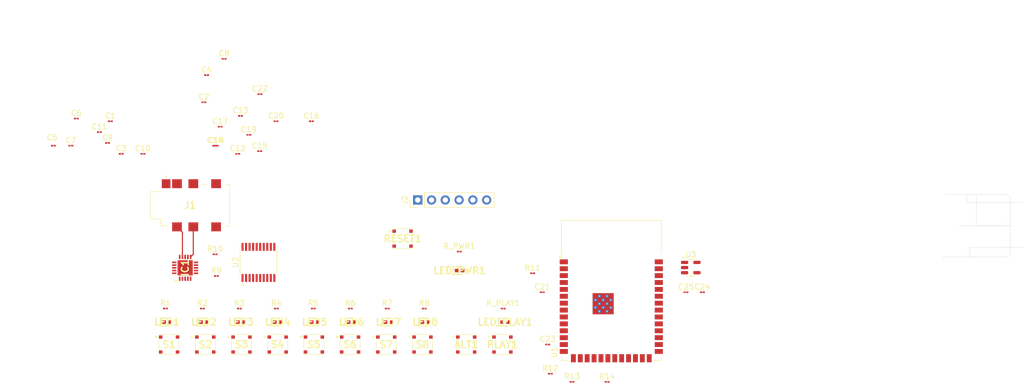
<source format=kicad_pcb>
(kicad_pcb (version 20241229) (generator "pcbnew") (generator_version "9.0")
  (layers (0 "F.Cu" signal) (4 "In1.Cu" signal "GND") (6 "In2.Cu" signal "PWR") (2 "B.Cu" signal) (13 "F.Paste" user) (15 "B.Paste" user) (5 "F.SilkS" user "F.Silkscreen") (7 "B.SilkS" user "B.Silkscreen") (1 "F.Mask" user) (3 "B.Mask" user) (25 "Edge.Cuts" user))
  (net 0 "")
  (net 1 "GND")
  (net 2 "Net-(U1-EN)")
  (net 3 "Net-(IC1-CPVSS_1)")
  (net 4 "Net-(C11-Pad1)")
  (net 5 "Net-(C3-Pad2)")
  (net 6 "Net-(U2-CAPM)")
  (net 7 "Net-(U2-CAPP)")
  (net 8 "+5V")
  (net 9 "Net-(IC1-CPN)")
  (net 10 "Net-(IC1-CPP)")
  (net 11 "Net-(IC1-LEFTINM)")
  (net 12 "Net-(IC1-LEFTINP)")
  (net 13 "Net-(IC1-RIGHTINP)")
  (net 14 "Net-(IC1-RIGHTINM)")
  (net 15 "Net-(U2-AVDD)")
  (net 16 "Net-(U2-LDOO)")
  (net 17 "Net-(U2-VNEG)")
  (net 18 "+3.3V")
  (net 19 "Net-(IC1-HPLEFT)")
  (net 20 "/SDA")
  (net 21 "Net-(IC1-HPRIGHT)")
  (net 22 "/_SD")
  (net 23 "/SCL")
  (net 28 "/USB_DP")
  (net 30 "/USB_DN")
  (net 31 "Net-(LED1-K)")
  (net 32 "Net-(LED2-K)")
  (net 33 "Net-(LED3-K)")
  (net 34 "Net-(LED4-K)")
  (net 35 "Net-(LED5-K)")
  (net 36 "Net-(LED6-K)")
  (net 37 "Net-(LED7-K)")
  (net 38 "Net-(LED8-K)")
  (net 39 "Net-(LED_PLAY1-K)")
  (net 40 "Net-(LED_PWR1-K)")
  (net 41 "/SW_PLAY")
  (net 42 "/SW_ALT")
  (net 43 "/LED_1")
  (net 44 "/LED_2")
  (net 45 "/LED_3")
  (net 46 "/LED_4")
  (net 47 "/LED_5")
  (net 48 "/LED_6")
  (net 49 "/LED_7")
  (net 50 "/LED_8")
  (net 51 "Net-(U2-OUTL)")
  (net 52 "Net-(U2-OUTR)")
  (net 53 "Net-(U1-USB_D-)")
  (net 54 "Net-(U1-USB_D+)")
  (net 55 "Net-(U1-IO3)")
  (net 56 "/LED_10")
  (net 57 "/LED_9")
  (net 58 "/SW_1")
  (net 59 "/SW_2")
  (net 60 "/SW_3")
  (net 61 "/SW_4")
  (net 62 "/SW_5")
  (net 63 "/SW_6")
  (net 64 "/SW_7")
  (net 65 "/SW_8")
  (net 73 "/PCM_LRCK")
  (net 75 "/LCM_DIN")
  (net 76 "/PCM_BCK")
  (net 79 "/PCM_DIN")
  (footprint "Capacitor_SMD:C_01005_0402Metric" (layer "F.Cu") (at 37.225 34)
    (property "Reference" "C10" (at 0 -1 0) (layer "F.SilkS"))
    (property "Value" "0.47uF")
    (pad "1" smd roundrect (at -0.25 0) (size 0.4 0.3) (layers "F.Cu" "F.Mask") (net 1 "GND"))
    (pad "2" smd roundrect (at 0.25 0) (size 0.4 0.3) (layers "F.Cu" "F.Mask") (net 13 "Net-(IC1-RIGHTINP)"))
  )
  (footprint "Resistor_SMD:R_01005_0402Metric" (layer "F.Cu") (at 61.798611 62.5)
    (property "Reference" "R4" (at 0 -1 0) (layer "F.SilkS"))
    (property "Value" "68")
    (pad "1" smd roundrect (at -0.25 0) (size 0.4 0.3) (layers "F.Cu" "F.Mask") (net 46 "/LED_4"))
    (pad "2" smd roundrect (at 0.25 0) (size 0.4 0.3) (layers "F.Cu" "F.Mask") (net 34 "Net-(LED4-K)"))
  )
  (footprint "Connector_PinHeader_2.54mm:PinHeader_1x06_P2.54mm_Vertical" (layer "F.Cu") (at 87.84 42.5 90)
    (property "Reference" "J2" (at 0 -2.38 90) (layer "F.SilkS"))
    (property "Value" "Conn_01x06")
    (pad "1" thru_hole rect (at 0 0 90) (size 1.7 1.7) (drill 1) (layers "*.Cu" "*.Mask") (net 8 "+5V"))
    (pad "2" thru_hole circle (at 0 2.54 90) (size 1.7 1.7) (drill 1) (layers "*.Cu" "*.Mask") (net 1 "GND"))
    (pad "3" thru_hole circle (at 0 5.08 90) (size 1.7 1.7) (drill 1) (layers "*.Cu" "*.Mask") (net 30 "/USB_DN"))
    (pad "4" thru_hole circle (at 0 7.62 90) (size 1.7 1.7) (drill 1) (layers "*.Cu" "*.Mask") (net 28 "/USB_DP"))
    (pad "5" thru_hole circle (at 0 10.16 90) (size 1.7 1.7) (drill 1) (layers "*.Cu" "*.Mask"))
    (pad "6" thru_hole circle (at 0 12.7 90) (size 1.7 1.7) (drill 1) (layers "*.Cu" "*.Mask") (net 18 "+3.3V"))
  )
  (footprint "TPA6130A2R:QFN50P400X400X80-21N-D" (layer "F.Cu") (at 45 55 90)
    (property "Reference" "IC1" (at 0 0 90) (layer "F.SilkS") (effects (font (size 1.27 1.27) (thickness 0.254))))
    (property "Value" "TPA6130A2RTJR" (hide yes))
    (pad "1" smd rect (at -2 -1 180) (size 0.3 0.8) (layers "F.Cu" "F.Mask" "F.Paste") (net 11 "Net-(IC1-LEFTINM)"))
    (pad "2" smd rect (at -2 -0.5 180) (size 0.3 0.8) (layers "F.Cu" "F.Mask" "F.Paste") (net 12 "Net-(IC1-LEFTINP)"))
    (pad "3" smd rect (at -2 0 180) (size 0.3 0.8) (layers "F.Cu" "F.Mask" "F.Paste") (net 1 "GND"))
    (pad "4" smd rect (at -2 0.5 180) (size 0.3 0.8) (layers "F.Cu" "F.Mask" "F.Paste") (net 13 "Net-(IC1-RIGHTINP)"))
    (pad "5" smd rect (at -2 1 180) (size 0.3 0.8) (layers "F.Cu" "F.Mask" "F.Paste") (net 14 "Net-(IC1-RIGHTINM)"))
    (pad "6" smd rect (at -1 2 90) (size 0.3 0.8) (layers "F.Cu" "F.Mask" "F.Paste") (net 22 "/_SD"))
    (pad "7" smd rect (at -0.5 2 90) (size 0.3 0.8) (layers "F.Cu" "F.Mask" "F.Paste") (net 20 "/SDA"))
    (pad "8" smd rect (at 0 2 90) (size 0.3 0.8) (layers "F.Cu" "F.Mask" "F.Paste") (net 23 "/SCL"))
    (pad "9" smd rect (at 0.5 2 90) (size 0.3 0.8) (layers "F.Cu" "F.Mask" "F.Paste") (net 1 "GND"))
    (pad "10" smd rect (at 1 2 90) (size 0.3 0.8) (layers "F.Cu" "F.Mask" "F.Paste") (net 1 "GND"))
    (pad "11" smd rect (at 2 1 180) (size 0.3 0.8) (layers "F.Cu" "F.Mask" "F.Paste") (net 21 "Net-(IC1-HPRIGHT)"))
    (pad "12" smd rect (at 2 0.5 180) (size 0.3 0.8) (layers "F.Cu" "F.Mask" "F.Paste") (net 8 "+5V"))
    (pad "13" smd rect (at 2 0 180) (size 0.3 0.8) (layers "F.Cu" "F.Mask" "F.Paste") (net 1 "GND"))
    (pad "14" smd rect (at 2 -0.5 180) (size 0.3 0.8) (layers "F.Cu" "F.Mask" "F.Paste") (net 19 "Net-(IC1-HPLEFT)"))
    (pad "15" smd rect (at 2 -1 180) (size 0.3 0.8) (layers "F.Cu" "F.Mask" "F.Paste") (net 3 "Net-(IC1-CPVSS_1)"))
    (pad "16" smd rect (at 1 -2 90) (size 0.3 0.8) (layers "F.Cu" "F.Mask" "F.Paste") (net 3 "Net-(IC1-CPVSS_1)"))
    (pad "17" smd rect (at 0.5 -2 90) (size 0.3 0.8) (layers "F.Cu" "F.Mask" "F.Paste") (net 9 "Net-(IC1-CPN)"))
    (pad "18" smd rect (at 0 -2 90) (size 0.3 0.8) (layers "F.Cu" "F.Mask" "F.Paste") (net 10 "Net-(IC1-CPP)"))
    (pad "19" smd rect (at -0.5 -2 90) (size 0.3 0.8) (layers "F.Cu" "F.Mask" "F.Paste") (net 1 "GND"))
    (pad "20" smd rect (at -1 -2 90) (size 0.3 0.8) (layers "F.Cu" "F.Mask" "F.Paste") (net 8 "+5V"))
    (pad "21" smd rect (at 0 0 90) (size 2.8 2.8) (layers "F.Cu" "F.Mask" "F.Paste") (net 1 "GND"))
  )
  (footprint "Resistor_SMD:R_01005_0402Metric" (layer "F.Cu") (at 103.583334 62.5)
    (property "Reference" "R_PLAY1" (at 0 -1 0) (layer "F.SilkS"))
    (property "Value" "68")
    (pad "1" smd roundrect (at -0.25 0) (size 0.4 0.3) (layers "F.Cu" "F.Mask") (net 56 "/LED_10"))
    (pad "2" smd roundrect (at 0.25 0) (size 0.4 0.3) (layers "F.Cu" "F.Mask") (net 39 "Net-(LED_PLAY1-K)"))
  )
  (footprint "Capacitor_SMD:C_01005_0402Metric" (layer "F.Cu") (at 31.225 28)
    (property "Reference" "C1" (at 0 -1 0) (layer "F.SilkS"))
    (property "Value" "1uF")
    (pad "1" smd roundrect (at -0.25 0) (size 0.4 0.3) (layers "F.Cu" "F.Mask") (net 1 "GND"))
    (pad "2" smd roundrect (at 0.25 0) (size 0.4 0.3) (layers "F.Cu" "F.Mask") (net 3 "Net-(IC1-CPVSS_1)"))
  )
  (footprint "Capacitor_SMD:C_01005_0402Metric" (layer "F.Cu") (at 33.225 34)
    (property "Reference" "C3" (at 0 -1 0) (layer "F.SilkS"))
    (property "Value" "2.2nF")
    (pad "1" smd roundrect (at -0.25 0) (size 0.4 0.3) (layers "F.Cu" "F.Mask") (net 1 "GND"))
    (pad "2" smd roundrect (at 0.25 0) (size 0.4 0.3) (layers "F.Cu" "F.Mask") (net 5 "Net-(C3-Pad2)"))
  )
  (footprint "IN-S42ATR:LEDC1005X55N" (layer "F.Cu") (at 62.05625 65)
    (property "Reference" "LED4" (at 0 0 0) (layer "F.SilkS") (effects (font (size 1.27 1.27) (thickness 0.254))))
    (property "Value" "IN-S42ATR" (hide yes))
    (pad "1" smd rect (at -0.55 0 90) (size 0.65 0.7) (layers "F.Cu" "F.Mask" "F.Paste") (net 34 "Net-(LED4-K)"))
    (pad "2" smd rect (at 0.55 0 90) (size 0.65 0.7) (layers "F.Cu" "F.Mask" "F.Paste") (net 18 "+3.3V"))
  )
  (footprint "IN-S42ATR:LEDC1005X55N" (layer "F.Cu") (at 89.247916 65)
    (property "Reference" "LED8" (at 0 0 0) (layer "F.SilkS") (effects (font (size 1.27 1.27) (thickness 0.254))))
    (property "Value" "IN-S42ATR" (hide yes))
    (pad "1" smd rect (at -0.55 0 90) (size 0.65 0.7) (layers "F.Cu" "F.Mask" "F.Paste") (net 38 "Net-(LED8-K)"))
    (pad "2" smd rect (at 0.55 0 90) (size 0.65 0.7) (layers "F.Cu" "F.Mask" "F.Paste") (net 18 "+3.3V"))
  )
  (footprint "Capacitor_SMD:C_01005_0402Metric" (layer "F.Cu") (at 58.775 23)
    (property "Reference" "C22" (at 0 -1 0) (layer "F.SilkS"))
    (property "Value" "1uF")
    (pad "1" smd roundrect (at -0.25 0) (size 0.4 0.3) (layers "F.Cu" "F.Mask") (net 1 "GND"))
    (pad "2" smd roundrect (at 0.25 0) (size 0.4 0.3) (layers "F.Cu" "F.Mask") (net 2 "Net-(U1-EN)"))
  )
  (footprint "IN-S42ATR:LEDC1005X55N" (layer "F.Cu") (at 75.652083 65)
    (property "Reference" "LED6" (at 0 0 0) (layer "F.SilkS") (effects (font (size 1.27 1.27) (thickness 0.254))))
    (property "Value" "IN-S42ATR" (hide yes))
    (pad "1" smd rect (at -0.55 0 90) (size 0.65 0.7) (layers "F.Cu" "F.Mask" "F.Paste") (net 36 "Net-(LED6-K)"))
    (pad "2" smd rect (at 0.55 0 90) (size 0.65 0.7) (layers "F.Cu" "F.Mask" "F.Paste") (net 18 "+3.3V"))
  )
  (footprint "SKRWAEE030:SKRWAEE030" (layer "F.Cu") (at 62.05 69.125)
    (property "Reference" "S4" (at 0 0 0) (layer "F.SilkS") (effects (font (size 1.27 1.27) (thickness 0.254))))
    (property "Value" "SKRWAEE030" (hide yes))
    (pad "1" smd rect (at -1.55 -1.375 90) (size 0.6 0.65) (layers "F.Cu" "F.Mask" "F.Paste") (net 61 "/SW_4"))
    (pad "2" smd rect (at -1.55 1.375 90) (size 0.6 0.65) (layers "F.Cu" "F.Mask" "F.Paste") (net 1 "GND"))
    (pad "3" smd rect (at 1.55 -1.375 90) (size 0.6 0.65) (layers "F.Cu" "F.Mask" "F.Paste") (net 61 "/SW_4"))
    (pad "4" smd rect (at 1.55 1.375 90) (size 0.6 0.65) (layers "F.Cu" "F.Mask" "F.Paste") (net 1 "GND"))
  )
  (footprint "IN-S42ATR:LEDC1005X55N" (layer "F.Cu") (at 95.55 55.5)
    (property "Reference" "LED_PWR1" (at 0 0 0) (layer "F.SilkS") (effects (font (size 1.27 1.27) (thickness 0.254))))
    (property "Value" "IN-S42ATR" (hide yes))
    (pad "1" smd rect (at -0.55 0 90) (size 0.65 0.7) (layers "F.Cu" "F.Mask" "F.Paste") (net 40 "Net-(LED_PWR1-K)"))
    (pad "2" smd rect (at 0.55 0 90) (size 0.65 0.7) (layers "F.Cu" "F.Mask" "F.Paste") (net 18 "+3.3V"))
  )
  (footprint "SKRWAEE030:SKRWAEE030" (layer "F.Cu") (at 75.383334 69.125)
    (property "Reference" "S6" (at 0 0 0) (layer "F.SilkS") (effects (font (size 1.27 1.27) (thickness 0.254))))
    (property "Value" "SKRWAEE030" (hide yes))
    (pad "1" smd rect (at -1.55 -1.375 90) (size 0.6 0.65) (layers "F.Cu" "F.Mask" "F.Paste") (net 63 "/SW_6"))
    (pad "2" smd rect (at -1.55 1.375 90) (size 0.6 0.65) (layers "F.Cu" "F.Mask" "F.Paste") (net 1 "GND"))
    (pad "3" smd rect (at 1.55 -1.375 90) (size 0.6 0.65) (layers "F.Cu" "F.Mask" "F.Paste") (net 63 "/SW_6"))
    (pad "4" smd rect (at 1.55 1.375 90) (size 0.6 0.65) (layers "F.Cu" "F.Mask" "F.Paste") (net 1 "GND"))
  )
  (footprint "Resistor_SMD:R_01005_0402Metric" (layer "F.Cu") (at 48.176389 62.5)
    (property "Reference" "R2" (at 0 -1 0) (layer "F.SilkS"))
    (property "Value" "68")
    (pad "1" smd roundrect (at -0.25 0) (size 0.4 0.3) (layers "F.Cu" "F.Mask") (net 44 "/LED_2"))
    (pad "2" smd roundrect (at 0.25 0) (size 0.4 0.3) (layers "F.Cu" "F.Mask") (net 32 "Net-(LED2-K)"))
  )
  (footprint "Capacitor_SMD:C_01005_0402Metric" (layer "F.Cu") (at 52.175 16.5)
    (property "Reference" "C8" (at 0 -1 0) (layer "F.SilkS"))
    (property "Value" "0.47uF")
    (pad "1" smd roundrect (at -0.25 0) (size 0.4 0.3) (layers "F.Cu" "F.Mask") (net 5 "Net-(C3-Pad2)"))
    (pad "2" smd roundrect (at 0.25 0) (size 0.4 0.3) (layers "F.Cu" "F.Mask") (net 11 "Net-(IC1-LEFTINM)"))
  )
  (footprint "Capacitor_SMD:C_01005_0402Metric" (layer "F.Cu") (at 111.775 69.125)
    (property "Reference" "C23" (at 0 -1 0) (layer "F.SilkS"))
    (property "Value" "0.1uF")
    (pad "1" smd roundrect (at -0.25 0) (size 0.4 0.3) (layers "F.Cu" "F.Mask") (net 18 "+3.3V"))
    (pad "2" smd roundrect (at 0.25 0) (size 0.4 0.3) (layers "F.Cu" "F.Mask") (net 1 "GND"))
  )
  (footprint "IN-S42ATR:LEDC1005X55N" (layer "F.Cu") (at 68.854166 65)
    (property "Reference" "LED5" (at 0 0 0) (layer "F.SilkS") (effects (font (size 1.27 1.27) (thickness 0.254))))
    (property "Value" "IN-S42ATR" (hide yes))
    (pad "1" smd rect (at -0.55 0 90) (size 0.65 0.7) (layers "F.Cu" "F.Mask" "F.Paste") (net 35 "Net-(LED5-K)"))
    (pad "2" smd rect (at 0.55 0 90) (size 0.65 0.7) (layers "F.Cu" "F.Mask" "F.Paste") (net 18 "+3.3V"))
  )
  (footprint "IN-S42ATR:LEDC1005X55N" (layer "F.Cu") (at 48.460417 65)
    (property "Reference" "LED2" (at 0 0 0) (layer "F.SilkS") (effects (font (size 1.27 1.27) (thickness 0.254))))
    (property "Value" "IN-S42ATR" (hide yes))
    (pad "1" smd rect (at -0.55 0 90) (size 0.65 0.7) (layers "F.Cu" "F.Mask" "F.Paste") (net 32 "Net-(LED2-K)"))
    (pad "2" smd rect (at 0.55 0 90) (size 0.65 0.7) (layers "F.Cu" "F.Mask" "F.Paste") (net 18 "+3.3V"))
  )
  (footprint "Capacitor_SMD:C_01005_0402Metric" (layer "F.Cu") (at 24.95 27.5)
    (property "Reference" "C6" (at 0 -1 0) (layer "F.SilkS"))
    (property "Value" "1uF")
    (pad "1" smd roundrect (at -0.25 0) (size 0.4 0.3) (layers "F.Cu" "F.Mask") (net 10 "Net-(IC1-CPP)"))
    (pad "2" smd roundrect (at 0.25 0) (size 0.4 0.3) (layers "F.Cu" "F.Mask") (net 9 "Net-(IC1-CPN)"))
  )
  (footprint "Resistor_SMD:R_01005_0402Metric" (layer "F.Cu") (at 75.420834 62.5)
    (property "Reference" "R6" (at 0 -1 0) (layer "F.SilkS"))
    (property "Value" "68")
    (pad "1" smd roundrect (at -0.25 0) (size 0.4 0.3) (layers "F.Cu" "F.Mask") (net 48 "/LED_6"))
    (pad "2" smd roundrect (at 0.25 0) (size 0.4 0.3) (layers "F.Cu" "F.Mask") (net 36 "Net-(LED6-K)"))
  )
  (footprint "IN-S42ATR:LEDC1005X55N" (layer "F.Cu") (at 82.449999 65)
    (property "Reference" "LED7" (at 0 0 0) (layer "F.SilkS") (effects (font (size 1.27 1.27) (thickness 0.254))))
    (property "Value" "IN-S42ATR" (hide yes))
    (pad "1" smd rect (at -0.55 0 90) (size 0.65 0.7) (layers "F.Cu" "F.Mask" "F.Paste") (net 37 "Net-(LED7-K)"))
    (pad "2" smd rect (at 0.55 0 90) (size 0.65 0.7) (layers "F.Cu" "F.Mask" "F.Paste") (net 18 "+3.3V"))
  )
  (footprint "SKRWAEE030:SKRWAEE030" (layer "F.Cu") (at 96.777083 69.125)
    (property "Reference" "ALT1" (at 0 0 0) (layer "F.SilkS") (effects (font (size 1.27 1.27) (thickness 0.254))))
    (property "Value" "SKRWAEE030" (hide yes))
    (pad "1" smd rect (at -1.55 -1.375 90) (size 0.6 0.65) (layers "F.Cu" "F.Mask" "F.Paste") (net 41 "/SW_PLAY"))
    (pad "2" smd rect (at -1.55 1.375 90) (size 0.6 0.65) (layers "F.Cu" "F.Mask" "F.Paste") (net 1 "GND"))
    (pad "3" smd rect (at 1.55 -1.375 90) (size 0.6 0.65) (layers "F.Cu" "F.Mask" "F.Paste") (net 41 "/SW_PLAY"))
    (pad "4" smd rect (at 1.55 1.375 90) (size 0.6 0.65) (layers "F.Cu" "F.Mask" "F.Paste") (net 1 "GND"))
  )
  (footprint "Capacitor_SMD:C_01005_0402Metric" (layer "F.Cu") (at 30.7 32)
    (property "Reference" "C9" (at 0 -1 0) (layer "F.SilkS"))
    (property "Value" "0.47uF")
    (pad "1" smd roundrect (at -0.25 0) (size 0.4 0.3) (layers "F.Cu" "F.Mask") (net 1 "GND"))
    (pad "2" smd roundrect (at 0.25 0) (size 0.4 0.3) (layers "F.Cu" "F.Mask") (net 12 "Net-(IC1-LEFTINP)"))
  )
  (footprint "SKRWAEE030:SKRWAEE030" (layer "F.Cu") (at 55.383333 69.125)
    (property "Reference" "S3" (at 0 0 0) (layer "F.SilkS") (effects (font (size 1.27 1.27) (thickness 0.254))))
    (property "Value" "SKRWAEE030" (hide yes))
    (pad "1" smd rect (at -1.55 -1.375 90) (size 0.6 0.65) (layers "F.Cu" "F.Mask" "F.Paste") (net 60 "/SW_3"))
    (pad "2" smd rect (at -1.55 1.375 90) (size 0.6 0.65) (layers "F.Cu" "F.Mask" "F.Paste") (net 1 "GND"))
    (pad "3" smd rect (at 1.55 -1.375 90) (size 0.6 0.65) (layers "F.Cu" "F.Mask" "F.Paste") (net 60 "/SW_3"))
    (pad "4" smd rect (at 1.55 1.375 90) (size 0.6 0.65) (layers "F.Cu" "F.Mask" "F.Paste") (net 1 "GND"))
  )
  (footprint "SKRWAEE030:SKRWAEE030" (layer "F.Cu") (at 42.05 69.125)
    (property "Reference" "S1" (at 0 0 0) (layer "F.SilkS") (effects (font (size 1.27 1.27) (thickness 0.254))))
    (property "Value" "SKRWAEE030" (hide yes))
    (pad "1" smd rect (at -1.55 -1.375 90) (size 0.6 0.65) (layers "F.Cu" "F.Mask" "F.Paste") (net 58 "/SW_1"))
    (pad "2" smd rect (at -1.55 1.375 90) (size 0.6 0.65) (layers "F.Cu" "F.Mask" "F.Paste") (net 1 "GND"))
    (pad "3" smd rect (at 1.55 -1.375 90) (size 0.6 0.65) (layers "F.Cu" "F.Mask" "F.Paste") (net 58 "/SW_1"))
    (pad "4" smd rect (at 1.55 1.375 90) (size 0.6 0.65) (layers "F.Cu" "F.Mask" "F.Paste") (net 1 "GND"))
  )
  (footprint "Capacitor_SMD:C_01005_0402Metric" (layer "F.Cu") (at 137.25 59.5)
    (property "Reference" "C25" (at 0 -1 0) (layer "F.SilkS"))
    (property "Value" "1uF")
    (pad "1" smd roundrect (at -0.25 0) (size 0.4 0.3) (layers "F.Cu" "F.Mask") (net 8 "+5V"))
    (pad "2" smd roundrect (at 0.25 0) (size 0.4 0.3) (layers "F.Cu" "F.Mask") (net 1 "GND"))
  )
  (footprint "Capacitor_SMD:C_01005_0402Metric" (layer "F.Cu") (at 68.25 28)
    (property "Reference" "C16" (at 0 -1 0) (layer "F.SilkS"))
    (property "Value" "2.2uF")
    (pad "1" smd roundrect (at -0.25 0) (size 0.4 0.3) (layers "F.Cu" "F.Mask") (net 17 "Net-(U2-VNEG)"))
    (pad "2" smd roundrect (at 0.25 0) (size 0.4 0.3) (layers "F.Cu" "F.Mask") (net 1 "GND"))
  )
  (footprint "Capacitor_SMD:C_01005_0402Metric" (layer "F.Cu") (at 54.7 34)
    (property "Reference" "C12" (at 0 -1 0) (layer "F.SilkS"))
    (property "Value" "10uF")
    (pad "1" smd roundrect (at -0.25 0) (size 0.4 0.3) (layers "F.Cu" "F.Mask") (net 15 "Net-(U2-AVDD)"))
    (pad "2" smd roundrect (at 0.25 0) (size 0.4 0.3) (layers "F.Cu" "F.Mask") (net 1 "GND"))
  )
  (footprint "SJ-43617:SJ43617SMTTR" (layer "F.Cu") (at 45.9 43.475)
    (property "Reference" "J1" (at 0 0 0) (layer "F.SilkS") (effects (font (size 1.27 1.27) (thickness 0.254))))
    (property "Value" "SJ-43617-SMT-TR" (hide yes))
    (pad "1" smd rect (at -4.4 -3.975) (size 1.6 1.65) (layers "F.Cu" "F.Mask" "F.Paste"))
    (pad "2" smd rect (at 4.8 3.975 90) (size 1.65 1.8) (layers "F.Cu" "F.Mask" "F.Paste") (net 1 "GND"))
    (pad "3" smd rect (at 0.6 3.975 90) (size 1.65 1.8) (layers "F.Cu" "F.Mask" "F.Paste") (net 21 "Net-(IC1-HPRIGHT)"))
    (pad "4" smd rect (at -2.4 3.975 90) (size 1.65 1.8) (layers "F.Cu" "F.Mask" "F.Paste") (net 19 "Net-(IC1-HPLEFT)"))
    (pad "10" smd rect (at 4.8 -3.975 90) (size 1.65 1.8) (layers "F.Cu" "F.Mask" "F.Paste"))
    (pad "11" smd rect (at 0.6 -3.975 90) (size 1.65 1.8) (layers "F.Cu" "F.Mask" "F.Paste"))
    (pad "12" smd rect (at -2.4 -3.975 90) (size 1.65 1.8) (layers "F.Cu" "F.Mask" "F.Paste"))
  )
  (footprint "Capacitor_SMD:C_01005_0402Metric" (layer "F.Cu") (at 20.725 32.5)
    (property "Reference" "C5" (at -0.225 -1.5 0) (layer "F.SilkS"))
    (property "Value" "1uF")
    (pad "1" smd roundrect (at -0.25 0) (size 0.4 0.3) (layers "F.Cu" "F.Mask") (net 8 "+5V"))
    (pad "2" smd roundrect (at 0.25 0) (size 0.4 0.3) (layers "F.Cu" "F.Mask") (net 1 "GND"))
  )
  (footprint "SKRWAEE030:SKRWAEE030" (layer "F.Cu") (at 68.716667 69.125)
    (property "Reference" "S5" (at 0 0 0) (layer "F.SilkS") (effects (font (size 1.27 1.27) (thickness 0.254))))
    (property "Value" "SKRWAEE030" (hide yes))
    (pad "1" smd rect (at -1.55 -1.375 90) (size 0.6 0.65) (layers "F.Cu" "F.Mask" "F.Paste") (net 62 "/SW_5"))
    (pad "2" smd rect (at -1.55 1.375 90) (size 0.6 0.65) (layers "F.Cu" "F.Mask" "F.Paste") (net 1 "GND"))
    (pad "3" smd rect (at 1.55 -1.375 90) (size 0.6 0.65) (layers "F.Cu" "F.Mask" "F.Paste") (net 62 "/SW_5"))
    (pad "4" smd rect (at 1.55 1.375 90) (size 0.6 0.65) (layers "F.Cu" "F.Mask" "F.Paste") (net 1 "GND"))
  )
  (footprint "Resistor_SMD:R_01005_0402Metric" (layer "F.Cu") (at 89.043056 62.5)
    (property "Reference" "R8" (at 0 -1 0) (layer "F.SilkS"))
    (property "Value" "68")
    (pad "1" smd roundrect (at -0.25 0) (size 0.4 0.3) (layers "F.Cu" "F.Mask") (net 50 "/LED_8"))
    (pad "2" smd roundrect (at 0.25 0) (size 0.4 0.3) (layers "F.Cu" "F.Mask") (net 38 "Net-(LED8-K)"))
  )
  (footprint "Capacitor_SMD:C_01005_0402Metric" (layer "F.Cu") (at 55.2 27)
    (property "Reference" "C13" (at 0 -1 0) (layer "F.SilkS"))
    (property "Value" "0.1uF")
    (pad "1" smd roundrect (at -0.25 0) (size 0.4 0.3) (layers "F.Cu" "F.Mask") (net 1 "GND"))
    (pad "2" smd roundrect (at 0.25 0) (size 0.4 0.3) (layers "F.Cu" "F.Mask") (net 15 "Net-(U2-AVDD)"))
  )
  (footprint "Capacitor_SMD:C_01005_0402Metric" (layer "F.Cu") (at 61.725 28)
    (property "Reference" "C20" (at 0 -1 0) (layer "F.SilkS"))
    (property "Value" "0.1uF")
    (pad "1" smd roundrect (at -0.25 0) (size 0.4 0.3) (layers "F.Cu" "F.Mask") (net 1 "GND"))
    (pad "2" smd roundrect (at 0.25 0) (size 0.4 0.3) (layers "F.Cu" "F.Mask") (net 18 "+3.3V"))
  )
  (footprint "Resistor_SMD:R_01005_0402Metric" (layer "F.Cu") (at 54.9875 62.5)
    (property "Reference" "R3" (at 0 -1 0) (layer "F.SilkS"))
    (property "Value" "68")
    (pad "1" smd roundrect (at -0.25 0) (size 0.4 0.3) (layers "F.Cu" "F.Mask") (net 45 "/LED_3"))
    (pad "2" smd roundrect (at 0.25 0) (size 0.4 0.3) (layers "F.Cu" "F.Mask") (net 33 "Net-(LED3-K)"))
  )
  (footprint "Resistor_SMD:R_01005_0402Metric" (layer "F.Cu") (at 50.75 56.5)
    (property "Reference" "R9" (at 0 -1 0) (layer "F.SilkS"))
    (property "Value" "470")
    (pad "1" smd roundrect (at -0.25 0) (size 0.4 0.3) (layers "F.Cu" "F.Mask") (net 51 "Net-(U2-OUTL)"))
    (pad "2" smd roundrect (at 0.25 0) (size 0.4 0.3) (layers "F.Cu" "F.Mask") (net 5 "Net-(C3-Pad2)"))
  )
  (footprint "Capacitor_SMD:C_01005_0402Metric" (layer "F.Cu") (at 50.725 32.5)
    (property "Reference" "C18" (at 0 -1 0) (layer "F.SilkS"))
    (property "Value" "0.1uF")
    (pad "1" smd roundrect (at -0.25 0) (size 0.4 0.3) (layers "F.Cu" "F.Mask") (net 1 "GND"))
    (pad "2" smd roundrect (at 0.25 0) (size 0.4 0.3) (layers "F.Cu" "F.Mask") (net 18 "+3.3V"))
  )
  (footprint "Resistor_SMD:R_01005_0402Metric" (layer "F.Cu") (at 41.365278 62.5)
    (property "Reference" "R1" (at 0 -1 0) (layer "F.SilkS"))
    (property "Value" "68")
    (pad "1" smd roundrect (at -0.25 0) (size 0.4 0.3) (layers "F.Cu" "F.Mask") (net 43 "/LED_1"))
    (pad "2" smd roundrect (at 0.25 0) (size 0.4 0.3) (layers "F.Cu" "F.Mask") (net 31 "Net-(LED1-K)"))
  )
  (footprint "Resistor_SMD:R_01005_0402Metric" (layer "F.Cu") (at 82.231945 62.5)
    (property "Reference" "R7" (at 0 -1 0) (layer "F.SilkS"))
    (property "Value" "68")
    (pad "1" smd roundrect (at -0.25 0) (size 0.4 0.3) (layers "F.Cu" "F.Mask") (net 49 "/LED_7"))
    (pad "2" smd roundrect (at 0.25 0) (size 0.4 0.3) (layers "F.Cu" "F.Mask") (net 37 "Net-(LED7-K)"))
  )
  (footprint "SKRWAEE030:SKRWAEE030" (layer "F.Cu") (at 103.44375 69.125)
    (property "Reference" "PLAY1" (at 0 0 0) (layer "F.SilkS") (effects (font (size 1.27 1.27) (thickness 0.254))))
    (property "Value" "SKRWAEE030" (hide yes))
    (pad "1" smd rect (at -1.55 -1.375 90) (size 0.6 0.65) (layers "F.Cu" "F.Mask" "F.Paste") (net 42 "/SW_ALT"))
    (pad "2" smd rect (at -1.55 1.375 90) (size 0.6 0.65) (layers "F.Cu" "F.Mask" "F.Paste") (net 1 "GND"))
    (pad "3" smd rect (at 1.55 -1.375 90) (size 0.6 0.65) (layers "F.Cu" "F.Mask" "F.Paste") (net 42 "/SW_ALT"))
    (pad "4" smd rect (at 1.55 1.375 90) (size 0.6 0.65) (layers "F.Cu" "F.Mask" "F.Paste") (net 1 "GND"))
  )
  (footprint "SKRWAEE030:SKRWAEE030" (layer "F.Cu") (at 82.05 69.125)
    (property "Reference" "S7" (at 0 0 0) (layer "F.SilkS") (effects (font (size 1.27 1.27) (thickness 0.254))))
    (property "Value" "SKRWAEE030" (hide yes))
    (pad "1" smd rect (at -1.55 -1.375 90) (size 0.6 0.65) (layers "F.Cu" "F.Mask" "F.Paste") (net 64 "/SW_7"))
    (pad "2" smd rect (at -1.55 1.375 90) (size 0.6 0.65) (layers "F.Cu" "F.Mask" "F.Paste") (net 1 "GND"))
    (pad "3" smd rect (at 1.55 -1.375 90) (size 0.6 0.65) (layers "F.Cu" "F.Mask" "F.Paste") (net 64 "/SW_7"))
    (pad "4" smd rect (at 1.55 1.375 90) (size 0.6 0.65) (layers "F.Cu" "F.Mask" "F.Paste") (net 1 "GND"))
  )
  (footprint "Capacitor_SMD:C_01005_0402Metric" (layer "F.Cu") (at 51.45 29)
    (property "Reference" "C17" (at 0 -1 0) (layer "F.SilkS"))
    (property "Value" "10uF")
    (pad "1" smd roundrect (at -0.25 0) (size 0.4 0.3) (layers "F.Cu" "F.Mask") (net 18 "+3.3V"))
    (pad "2" smd roundrect (at 0.25 0) (size 0.4 0.3) (layers "F.Cu" "F.Mask") (net 1 "GND"))
  )
  (footprint "Capacitor_SMD:C_01005_0402Metric" (layer "F.Cu") (at 50.45 32.5)
    (property "Reference" "C14" (at 0 -1 0) (layer "F.SilkS"))
    (property "Value" "0.1uF")
    (pad "1" smd roundrect (at -0.25 0) (size 0.4 0.3) (layers "F.Cu" "F.Mask") (net 1 "GND"))
    (pad "2" smd roundrect (at 0.25 0) (size 0.4 0.3) (layers "F.Cu" "F.Mask") (net 16 "Net-(U2-LDOO)"))
  )
  (footprint "Capacitor_SMD:C_01005_0402Metric" (layer "F.Cu") (at 110.775 59.5)
    (property "Reference" "C21" (at 0 -1 0) (layer "F.SilkS"))
    (property "Value" "22uF")
    (pad "1" smd roundrect (at -0.25 0) (size 0.4 0.3) (layers "F.Cu" "F.Mask") (net 18 "+3.3V"))
    (pad "2" smd roundrect (at 0.25 0) (size 0.4 0.3) (layers "F.Cu" "F.Mask") (net 1 "GND"))
  )
  (footprint "Capacitor_SMD:C_01005_0402Metric" (layer "F.Cu") (at 140.275 59.5)
    (property "Reference" "C24" (at 0 -1 0) (layer "F.SilkS"))
    (property "Value" "1uF")
    (pad "1" smd roundrect (at -0.25 0) (size 0.4 0.3) (layers "F.Cu" "F.Mask") (net 18 "+3.3V"))
    (pad "2" smd roundrect (at 0.25 0) (size 0.4 0.3) (layers "F.Cu" "F.Mask") (net 1 "GND"))
  )
  (footprint "Package_TO_SOT_SMD:SOT-23-5" (layer "F.Cu") (at 138.1375 54.95)
    (property "Reference" "U3" (at 0 -2.4 0) (layer "F.SilkS"))
    (property "Value" "MIC5504-3.3YM5")
    (pad "1" smd roundrect (at -1.1375 -0.95) (size 1.325 0.6) (layers "F.Cu" "F.Mask" "F.Paste") (net 8 "+5V"))
    (pad "2" smd roundrect (at -1.1375 0) (size 1.325 0.6) (layers "F.Cu" "F.Mask" "F.Paste") (net 1 "GND"))
    (pad "3" smd roundrect (at -1.1375 0.95) (size 1.325 0.6) (layers "F.Cu" "F.Mask" "F.Paste") (net 8 "+5V"))
    (pad "4" smd roundrect (at 1.1375 0.95) (size 1.325 0.6) (layers "F.Cu" "F.Mask" "F.Paste"))
    (pad "5" smd roundrect (at 1.1375 -0.95) (size 1.325 0.6) (layers "F.Cu" "F.Mask" "F.Paste") (net 18 "+3.3V"))
  )
  (footprint "Resistor_SMD:R_01005_0402Metric" (layer "F.Cu") (at 122.725 76)
    (property "Reference" "R14" (at 0 -1 0) (layer "F.SilkS"))
    (property "Value" "10k")
    (pad "1" smd roundrect (at -0.25 0) (size 0.4 0.3) (layers "F.Cu" "F.Mask") (net 18 "+3.3V"))
    (pad "2" smd roundrect (at 0.25 0) (size 0.4 0.3) (layers "F.Cu" "F.Mask") (net 55 "Net-(U1-IO3)"))
  )
  (footprint "Package_SO:TSSOP-20_4.4x6.5mm_P0.65mm" (layer "F.Cu") (at 58.5 54 90)
    (property "Reference" "U2" (at 0 -4.2 90) (layer "F.SilkS"))
    (property "Value" "PCM5100A")
    (pad "1" smd roundrect (at -2.8625 -2.925 90) (size 1.475 0.4) (layers "F.Cu" "F.Mask" "F.Paste") (net 18 "+3.3V"))
    (pad "2" smd roundrect (at -2.8625 -2.275 90) (size 1.475 0.4) (layers "F.Cu" "F.Mask" "F.Paste") (net 7 "Net-(U2-CAPP)"))
    (pad "3" smd roundrect (at -2.8625 -1.625 90) (size 1.475 0.4) (layers "F.Cu" "F.Mask" "F.Paste") (net 1 "GND"))
    (pad "4" smd roundrect (at -2.8625 -0.975 90) (size 1.475 0.4) (layers "F.Cu" "F.Mask" "F.Paste") (net 6 "Net-(U2-CAPM)"))
    (pad "5" smd roundrect (at -2.8625 -0.325 90) (size 1.475 0.4) (layers "F.Cu" "F.Mask" "F.Paste") (net 17 "Net-(U2-VNEG)"))
    (pad "6" smd roundrect (at -2.8625 0.325 90) (size 1.475 0.4) (layers "F.Cu" "F.Mask" "F.Paste") (net 51 "Net-(U2-OUTL)"))
    (pad "7" smd roundrect (at -2.8625 0.975 90) (size 1.475 0.4) (layers "F.Cu" "F.Mask" "F.Paste") (net 52 "Net-(U2-OUTR)"))
    (pad "8" smd roundrect (at -2.8625 1.625 90) (size 1.475 0.4) (layers "F.Cu" "F.Mask" "F.Paste") (net 15 "Net-(U2-AVDD)"))
    (pad "9" smd roundrect (at -2.8625 2.275 90) (size 1.475 0.4) (layers "F.Cu" "F.Mask" "F.Paste") (net 1 "GND"))
    (pad "10" smd roundrect (at -2.8625 2.925 90) (size 1.475 0.4) (layers "F.Cu" "F.Mask" "F.Paste") (net 1 "GND"))
    (pad "11" smd roundrect (at 2.8625 2.925 90) (size 1.475 0.4) (layers "F.Cu" "F.Mask" "F.Paste") (net 1 "GND"))
    (pad "12" smd roundrect (at 2.8625 2.275 90) (size 1.475 0.4) (layers "F.Cu" "F.Mask" "F.Paste") (net 1 "GND"))
    (pad "13" smd roundrect (at 2.8625 1.625 90) (size 1.475 0.4) (layers "F.Cu" "F.Mask" "F.Paste") (net 76 "/PCM_BCK"))
    (pad "14" smd roundrect (at 2.8625 0.975 90) (size 1.475 0.4) (layers "F.Cu" "F.Mask" "F.Paste") (net 79 "/PCM_DIN"))
    (pad "15" smd roundrect (at 2.8625 0.325 90) (size 1.475 0.4) (layers "F.Cu" "F.Mask" "F.Paste") (net 73 "/PCM_LRCK"))
    (pad "16" smd roundrect (at 2.8625 -0.325 90) (size 1.475 0.4) (layers "F.Cu" "F.Mask" "F.Paste") (net 1 "GND"))
    (pad "17" smd roundrect (at 2.8625 -0.975 90) (size 1.475 0.4) (layers "F.Cu" "F.Mask" "F.Paste") (net 18 "+3.3V"))
    (pad "18" smd roundrect (at 2.8625 -1.625 90) (size 1.475 0.4) (layers "F.Cu" "F.Mask" "F.Paste") (net 16 "Net-(U2-LDOO)"))
    (pad "19" smd roundrect (at 2.8625 -2.275 90) (size 1.475 0.4) (layers "F.Cu" "F.Mask" "F.Paste") (net 1 "GND"))
    (pad "20" smd roundrect (at 2.8625 -2.925 90) (size 1.475 0.4) (layers "F.Cu" "F.Mask" "F.Paste") (net 18 "+3.3V"))
  )
  (footprint "Capacitor_SMD:C_01005_0402Metric" (layer "F.Cu") (at 48.95 19.5)
    (property "Reference" "C4" (at 0 -1 0) (layer "F.SilkS"))
    (property "Value" "2.2uF")
    (pad "1" smd roundrect (at -0.25 0) (size 0.4 0.3) (layers "F.Cu" "F.Mask") (net 7 "Net-(U2-CAPP)"))
    (pad "2" smd roundrect (at 0.25 0) (size 0.4 0.3) (layers "F.Cu" "F.Mask") (net 6 "Net-(U2-CAPM)"))
  )
  (footprint "Resistor_SMD:R_01005_0402Metric" (layer "F.Cu") (at 68.609722 62.5)
    (property "Reference" "R5" (at 0 -1 0) (layer "F.SilkS"))
    (property "Value" "68")
    (pad "1" smd roundrect (at -0.25 0) (size 0.4 0.3) (layers "F.Cu" "F.Mask") (net 47 "/LED_5"))
    (pad "2" smd roundrect (at 0.25 0) (size 0.4 0.3) (layers "F.Cu" "F.Mask") (net 35 "Net-(LED5-K)"))
  )
  (footprint "IN-S42ATR:LEDC1005X55N" (layer "F.Cu") (at 55.258333 65)
    (property "Reference" "LED3" (at 0 0 0) (layer "F.SilkS") (effects (font (size 1.27 1.27) (thickness 0.254))))
    (property "Value" "IN-S42ATR" (hide yes))
    (pad "1" smd rect (at -0.55 0 90) (size 0.65 0.7) (layers "F.Cu" "F.Mask" "F.Paste") (net 33 "Net-(LED3-K)"))
    (pad "2" smd rect (at 0.55 0 90) (size 0.65 0.7) (layers "F.Cu" "F.Mask" "F.Paste") (net 18 "+3.3V"))
  )
  (footprint "Resistor_SMD:R_01005_0402Metric" (layer "F.Cu") (at 112.275 74.5)
    (property "Reference" "R12" (at 0 -1 0) (layer "F.SilkS"))
    (property "Value" "0")
    (pad "1" smd roundrect (at -0.25 0) (size 0.4 0.3) (layers "F.Cu" "F.Mask") (net 53 "Net-(U1-USB_D-)"))
    (pad "2" smd roundrect (at 0.25 0) (size 0.4 0.3) (layers "F.Cu" "F.Mask") (net 30 "/USB_DN"))
  )
  (footprint "SKRWAEE030:SKRWAEE030" (layer "F.Cu") (at 88.716667 69.125)
    (property "Reference" "S8" (at 0 0 0) (layer "F.SilkS") (effects (font (size 1.27 1.27) (thickness 0.254))))
    (property "Value" "SKRWAEE030" (hide yes))
    (pad "1" smd rect (at -1.55 -1.375 90) (size 0.6 0.65) (layers "F.Cu" "F.Mask" "F.Paste") (net 65 "/SW_8"))
    (pad "2" smd rect (at -1.55 1.375 90) (size 0.6 0.65) (layers "F.Cu" "F.Mask" "F.Paste") (net 1 "GND"))
    (pad "3" smd rect (at 1.55 -1.375 90) (size 0.6 0.65) (layers "F.Cu" "F.Mask" "F.Paste") (net 65 "/SW_8"))
    (pad "4" smd rect (at 1.55 1.375 90) (size 0.6 0.65) (layers "F.Cu" "F.Mask" "F.Paste") (net 1 "GND"))
  )
  (footprint "Resistor_SMD:R_01005_0402Metric" (layer "F.Cu") (at 109 56)
    (property "Reference" "R11" (at 0 -1 0) (layer "F.SilkS"))
    (property "Value" "10k")
    (pad "1" smd roundrect (at -0.25 0) (size 0.4 0.3) (layers "F.Cu" "F.Mask") (net 18 "+3.3V"))
    (pad "2" smd roundrect (at 0.25 0) (size 0.4 0.3) (layers "F.Cu" "F.Mask") (net 2 "Net-(U1-EN)"))
  )
  (footprint "Capacitor_SMD:C_01005_0402Metric" (layer "F.Cu") (at 23.95 32.5)
    (property "Reference" "C7" (at 0 -1 0) (layer "F.SilkS"))
    (property "Value" "1uF")
    (pad "1" smd roundrect (at -0.25 0) (size 0.4 0.3) (layers "F.Cu" "F.Mask") (net 8 "+5V"))
    (pad "2" smd roundrect (at 0.25 0) (size 0.4 0.3) (layers "F.Cu" "F.Mask") (net 1 "GND"))
  )
  (footprint "Capacitor_SMD:C_01005_0402Metric" (layer "F.Cu") (at 48.45 24.5)
    (property "Reference" "C2" (at 0 -1 0) (layer "F.SilkS"))
    (property "Value" "2.2nF")
    (pad "1" smd roundrect (at -0.25 0) (size 0.4 0.3) (layers "F.Cu" "F.Mask") (net 4 "Net-(C11-Pad1)"))
    (pad "2" smd roundrect (at 0.25 0) (size 0.4 0.3) (layers "F.Cu" "F.Mask") (net 1 "GND"))
  )
  (footprint "IN-S42ATR:LEDC1005X55N" (layer "F.Cu") (at 103.95 65)
    (property "Reference" "LED_PLAY1" (at 0 0 0) (layer "F.SilkS") (effects (font (size 1.27 1.27) (thickness 0.254))))
    (property "Value" "IN-S42ATR" (hide yes))
    (pad "1" smd rect (at -0.55 0 90) (size 0.65 0.7) (layers "F.Cu" "F.Mask" "F.Paste") (net 39 "Net-(LED_PLAY1-K)"))
    (pad "2" smd rect (at 0.55 0 90) (size 0.65 0.7) (layers "F.Cu" "F.Mask" "F.Paste") (net 18 "+3.3V"))
  )
  (footprint "IN-S42ATR:LEDC1005X55N" (layer "F.Cu") (at 41.6625 65)
    (property "Reference" "LED1" (at 0 0 0) (layer "F.SilkS") (effects (font (size 1.27 1.27) (thickness 0.254))))
    (property "Value" "IN-S42ATR" (hide yes))
    (pad "1" smd rect (at -0.55 0 90) (size 0.65 0.7) (layers "F.Cu" "F.Mask" "F.Paste") (net 31 "Net-(LED1-K)"))
    (pad "2" smd rect (at 0.55 0 90) (size 0.65 0.7) (layers "F.Cu" "F.Mask" "F.Paste") (net 18 "+3.3V"))
  )
  (footprint "SKRWAEE030:SKRWAEE030" (layer "F.Cu") (at 85.05 49.625)
    (property "Reference" "RESET1" (at 0 0 0) (layer "F.SilkS") (effects (font (size 1.27 1.27) (thickness 0.254))))
    (property "Value" "SKRWAEE030" (hide yes))
    (pad "1" smd rect (at -1.55 -1.375 90) (size 0.6 0.65) (layers "F.Cu" "F.Mask" "F.Paste") (net 1 "GND"))
    (pad "2" smd rect (at -1.55 1.375 90) (size 0.6 0.65) (layers "F.Cu" "F.Mask" "F.Paste") (net 2 "Net-(U1-EN)"))
    (pad "3" smd rect (at 1.55 -1.375 90) (size 0.6 0.65) (layers "F.Cu" "F.Mask" "F.Paste") (net 1 "GND"))
    (pad "4" smd rect (at 1.55 1.375 90) (size 0.6 0.65) (layers "F.Cu" "F.Mask" "F.Paste") (net 2 "Net-(U1-EN)"))
  )
  (footprint "Capacitor_SMD:C_01005_0402Metric" (layer "F.Cu") (at 29.2 30)
    (property "Reference" "C11" (at 0 -1 0) (layer "F.SilkS"))
    (property "Value" "0.47uF")
    (pad "1" smd roundrect (at -0.25 0) (size 0.4 0.3) (layers "F.Cu" "F.Mask") (net 4 "Net-(C11-Pad1)"))
    (pad "2" smd roundrect (at 0.25 0) (size 0.4 0.3) (layers "F.Cu" "F.Mask") (net 14 "Net-(IC1-RIGHTINM)"))
  )
  (footprint "Resistor_SMD:R_01005_0402Metric" (layer "F.Cu") (at 50.525 52.5)
    (property "Reference" "R10" (at 0 -1 0) (layer "F.SilkS"))
    (property "Value" "470")
    (pad "1" smd roundrect (at -0.25 0) (size 0.4 0.3) (layers "F.Cu" "F.Mask") (net 52 "Net-(U2-OUTR)"))
    (pad "2" smd roundrect (at 0.25 0) (size 0.4 0.3) (layers "F.Cu" "F.Mask") (net 4 "Net-(C11-Pad1)"))
  )
  (footprint "Resistor_SMD:R_01005_0402Metric" (layer "F.Cu") (at 116.275 76)
    (property "Reference" "R13" (at 0 -1 0) (layer "F.SilkS"))
    (property "Value" "0")
    (pad "1" smd roundrect (at -0.25 0) (size 0.4 0.3) (layers "F.Cu" "F.Mask") (net 54 "Net-(U1-USB_D+)"))
    (pad "2" smd roundrect (at 0.25 0) (size 0.4 0.3) (layers "F.Cu" "F.Mask") (net 28 "/USB_DP"))
  )
  (footprint "Capacitor_SMD:C_01005_0402Metric" (layer "F.Cu") (at 56.725 30.5)
    (property "Reference" "C19" (at 0 -1 0) (layer "F.SilkS"))
    (property "Value" "10uF")
    (pad "1" smd roundrect (at -0.25 0) (size 0.4 0.3) (layers "F.Cu" "F.Mask") (net 18 "+3.3V"))
    (pad "2" smd roundrect (at 0.25 0) (size 0.4 0.3) (layers "F.Cu" "F.Mask") (net 1 "GND"))
  )
  (footprint "Capacitor_SMD:C_01005_0402Metric" (layer "F.Cu") (at 58.725 33.5)
    (property "Reference" "C15" (at 0 -1 0) (layer "F.SilkS"))
    (property "Value" "10uF")
    (pad "1" smd roundrect (at -0.25 0) (size 0.4 0.3) (layers "F.Cu" "F.Mask") (net 16 "Net-(U2-LDOO)"))
    (pad "2" smd roundrect (at 0.25 0) (size 0.4 0.3) (layers "F.Cu" "F.Mask") (net 1 "GND"))
  )
  (footprint "SKRWAEE030:SKRWAEE030" (layer "F.Cu") (at 48.716667 69.125)
    (property "Reference" "S2" (at 0 0 0) (layer "F.SilkS") (effects (font (size 1.27 1.27) (thickness 0.254))))
    (property "Value" "SKRWAEE030" (hide yes))
    (pad "1" smd rect (at -1.55 -1.375 90) (size 0.6 0.65) (layers "F.Cu" "F.Mask" "F.Paste") (net 59 "/SW_2"))
    (pad "2" smd rect (at -1.55 1.375 90) (size 0.6 0.65) (layers "F.Cu" "F.Mask" "F.Paste") (net 1 "GND"))
    (pad "3" smd rect (at 1.55 -1.375 90) (size 0.6 0.65) (layers "F.Cu" "F.Mask" "F.Paste") (net 59 "/SW_2"))
    (pad "4" smd rect (at 1.55 1.375 90) (size 0.6 0.65) (layers "F.Cu" "F.Mask" "F.Paste") (net 1 "GND"))
  )
  (footprint "Resistor_SMD:R_01005_0402Metric" (layer "F.Cu") (at 95.5 52)
    (property "Reference" "R_PWR1" (at 0 -1 0) (layer "F.SilkS"))
    (property "Value" "68")
    (pad "1" smd roundrect (at -0.25 0) (size 0.4 0.3) (layers "F.Cu" "F.Mask") (net 57 "/LED_9"))
    (pad "2" smd roundrect (at 0.25 0) (size 0.4 0.3) (layers "F.Cu" "F.Mask") (net 40 "Net-(LED_PWR1-K)"))
  )
  (footprint "RF_Module:ESP32-S3-WROOM-1" (layer "F.Cu") (at 123.5 59.15)
    (property "Reference" "U1" (at -10.5 11.4 90) (layer "F.SilkS"))
    (property "Value" "ESP32-S3-WROOM-1")
    (pad "1" smd rect (at -8.75 -5.26) (size 1.5 0.9) (layers "F.Cu" "F.Mask" "F.Paste") (net 1 "GND"))
    (pad "2" smd rect (at -8.75 -3.99) (size 1.5 0.9) (layers "F.Cu" "F.Mask" "F.Paste") (net 18 "+3.3V"))
    (pad "3" smd rect (at -8.75 -2.72) (size 1.5 0.9) (layers "F.Cu" "F.Mask" "F.Paste") (net 2 "Net-(U1-EN)"))
    (pad "4" smd rect (at -8.75 -1.45) (size 1.5 0.9) (layers "F.Cu" "F.Mask" "F.Paste") (net 73 "/PCM_LRCK"))
    (pad "5" smd rect (at -8.75 -0.18) (size 1.5 0.9) (layers "F.Cu" "F.Mask" "F.Paste") (net 76 "/PCM_BCK"))
    (pad "6" smd rect (at -8.75 1.09) (size 1.5 0.9) (layers "F.Cu" "F.Mask" "F.Paste") (net 45 "/LED_3"))
    (pad "7" smd rect (at -8.75 2.36) (size 1.5 0.9) (layers "F.Cu" "F.Mask" "F.Paste") (net 75 "/LCM_DIN"))
    (pad "8" smd rect (at -8.75 3.63) (size 1.5 0.9) (layers "F.Cu" "F.Mask" "F.Paste") (net 56 "/LED_10"))
    (pad "9" smd rect (at -8.75 4.9) (size 1.5 0.9) (layers "F.Cu" "F.Mask" "F.Paste") (net 58 "/SW_1"))
    (pad "10" smd rect (at -8.75 6.17) (size 1.5 0.9) (layers "F.Cu" "F.Mask" "F.Paste") (net 59 "/SW_2"))
    (pad "11" smd rect (at -8.75 7.44) (size 1.5 0.9) (layers "F.Cu" "F.Mask" "F.Paste") (net 60 "/SW_3"))
    (pad "12" smd rect (at -8.75 8.71) (size 1.5 0.9) (layers "F.Cu" "F.Mask" "F.Paste"))
    (pad "13" smd rect (at -8.75 9.98) (size 1.5 0.9) (layers "F.Cu" "F.Mask" "F.Paste") (net 53 "Net-(U1-USB_D-)"))
    (pad "14" smd rect (at -8.75 11.25 180) (size 1.5 0.9) (layers "F.Cu" "F.Mask" "F.Paste") (net 54 "Net-(U1-USB_D+)"))
    (pad "15" smd rect (at -6.985 12.5 270) (size 1.5 0.9) (layers "F.Cu" "F.Mask" "F.Paste") (net 55 "Net-(U1-IO3)"))
    (pad "16" smd rect (at -5.715 12.5 270) (size 1.5 0.9) (layers "F.Cu" "F.Mask" "F.Paste"))
    (pad "17" smd rect (at -4.445 12.5 270) (size 1.5 0.9) (layers "F.Cu" "F.Mask" "F.Paste") (net 46 "/LED_4"))
    (pad "18" smd rect (at -3.175 12.5 270) (size 1.5 0.9) (layers "F.Cu" "F.Mask" "F.Paste") (net 47 "/LED_5"))
    (pad "19" smd rect (at -1.905 12.5 270) (size 1.5 0.9) (layers "F.Cu" "F.Mask" "F.Paste") (net 48 "/LED_6"))
    (pad "20" smd rect (at -0.635 12.5 270) (size 1.5 0.9) (layers "F.Cu" "F.Mask" "F.Paste") (net 49 "/LED_7"))
    (pad "21" smd rect (at 0.635 12.5 270) (size 1.5 0.9) (layers "F.Cu" "F.Mask" "F.Paste") (net 50 "/LED_8"))
    (pad "22" smd rect (at 1.905 12.5 270) (size 1.5 0.9) (layers "F.Cu" "F.Mask" "F.Paste") (net 57 "/LED_9"))
    (pad "23" smd rect (at 3.175 12.5 270) (size 1.5 0.9) (layers "F.Cu" "F.Mask" "F.Paste") (net 61 "/SW_4"))
    (pad "24" smd rect (at 4.445 12.5 270) (size 1.5 0.9) (layers "F.Cu" "F.Mask" "F.Paste"))
    (pad "25" smd rect (at 5.715 12.5 270) (size 1.5 0.9) (layers "F.Cu" "F.Mask" "F.Paste"))
    (pad "26" smd rect (at 6.985 12.5 270) (size 1.5 0.9) (layers "F.Cu" "F.Mask" "F.Paste"))
    (pad "27" smd rect (at 8.75 11.25) (size 1.5 0.9) (layers "F.Cu" "F.Mask" "F.Paste"))
    (pad "28" smd rect (at 8.75 9.98) (size 1.5 0.9) (layers "F.Cu" "F.Mask" "F.Paste") (net 62 "/SW_5"))
    (pad "29" smd rect (at 8.75 8.71) (size 1.5 0.9) (layers "F.Cu" "F.Mask" "F.Paste") (net 63 "/SW_6"))
    (pad "30" smd rect (at 8.75 7.44) (size 1.5 0.9) (layers "F.Cu" "F.Mask" "F.Paste") (net 64 "/SW_7"))
    (pad "31" smd rect (at 8.75 6.17) (size 1.5 0.9) (layers "F.Cu" "F.Mask" "F.Paste") (net 65 "/SW_8"))
    (pad "32" smd rect (at 8.75 4.9) (size 1.5 0.9) (layers "F.Cu" "F.Mask" "F.Paste") (net 41 "/SW_PLAY"))
    (pad "33" smd rect (at 8.75 3.63) (size 1.5 0.9) (layers "F.Cu" "F.Mask" "F.Paste") (net 42 "/SW_ALT"))
    (pad "34" smd rect (at 8.75 2.36) (size 1.5 0.9) (layers "F.Cu" "F.Mask" "F.Paste"))
    (pad "35" smd rect (at 8.75 1.09) (size 1.5 0.9) (layers "F.Cu" "F.Mask" "F.Paste"))
    (pad "36" smd rect (at 8.75 -0.18) (size 1.5 0.9) (layers "F.Cu" "F.Mask" "F.Paste"))
    (pad "37" smd rect (at 8.75 -1.45) (size 1.5 0.9) (layers "F.Cu" "F.Mask" "F.Paste"))
    (pad "38" smd rect (at 8.75 -2.72) (size 1.5 0.9) (layers "F.Cu" "F.Mask" "F.Paste") (net 44 "/LED_2"))
    (pad "39" smd rect (at 8.75 -3.99) (size 1.5 0.9) (layers "F.Cu" "F.Mask" "F.Paste") (net 43 "/LED_1"))
    (pad "40" smd rect (at 8.75 -5.26) (size 1.5 0.9) (layers "F.Cu" "F.Mask" "F.Paste") (net 1 "GND"))
    (pad "41" thru_hole circle (at -2.9 1.76 90) (size 0.6 0.6) (drill 0.2) (property pad_prop_heatsink) (layers "*.Cu" "F.Mask") (net 1 "GND"))
    (pad "41" thru_hole circle (at -2.9 3.16) (size 0.6 0.6) (drill 0.2) (property pad_prop_heatsink) (layers "*.Cu" "F.Mask") (net 1 "GND"))
    (pad "41" thru_hole circle (at -2.2 1.06) (size 0.6 0.6) (drill 0.2) (property pad_prop_heatsink) (layers "*.Cu" "F.Mask") (net 1 "GND"))
    (pad "41" thru_hole circle (at -2.2 2.46) (size 0.6 0.6) (drill 0.2) (property pad_prop_heatsink) (layers "*.Cu" "F.Mask") (net 1 "GND"))
    (pad "41" thru_hole circle (at -2.2 3.86) (size 0.6 0.6) (drill 0.2) (property pad_prop_heatsink) (layers "*.Cu" "F.Mask") (net 1 "GND"))
    (pad "41" thru_hole circle (at -1.5 1.76) (size 0.6 0.6) (drill 0.2) (property pad_prop_heatsink) (layers "*.Cu" "F.Mask") (net 1 "GND"))
    (pad "41" smd rect (at -1.5 2.46 270) (size 3.9 3.9) (property pad_prop_heatsink) (layers "F.Cu" "F.Mask") (net 1 "GND"))
    (pad "41" thru_hole circle (at -1.5 3.16) (size 0.6 0.6) (drill 0.2) (property pad_prop_heatsink) (layers "*.Cu" "F.Mask") (net 1 "GND"))
    (pad "41" thru_hole circle (at -0.8 1.06) (size 0.6 0.6) (drill 0.2) (property pad_prop_heatsink) (layers "*.Cu" "F.Mask") (net 1 "GND"))
    (pad "41" thru_hole circle (at -0.8 2.46) (size 0.6 0.6) (drill 0.2) (property pad_prop_heatsink) (layers "*.Cu" "F.Mask") (net 1 "GND"))
    (pad "41" thru_hole circle (at -0.8 3.86) (size 0.6 0.6) (drill 0.2) (property pad_prop_heatsink) (layers "*.Cu" "F.Mask") (net 1 "GND"))
    (pad "41" thru_hole circle (at -0.1 1.76) (size 0.6 0.6) (drill 0.2) (property pad_prop_heatsink) (layers "*.Cu" "F.Mask") (net 1 "GND"))
    (pad "41" thru_hole circle (at -0.1 3.16) (size 0.6 0.6) (drill 0.2) (property pad_prop_heatsink) (layers "*.Cu" "F.Mask") (net 1 "GND"))
  )
  (gr_line (start 189 43) (end 199.25 43) (stroke (width 0.05)) (layer "Edge.Cuts"))
  (gr_line (start 189.5 53) (end 189.5 51.5) (stroke (width 0.05)) (layer "Edge.Cuts"))
  (gr_line (start 189 41.5) (end 189 43) (stroke (width 0.05)) (layer "Edge.Cuts"))
  (gr_line (start 197 52.5) (end 196.5 53) (stroke (width 0.05)) (layer "Edge.Cuts"))
  (gr_line (start 197 42) (end 197 52.5) (stroke (width 0.05)) (layer "Edge.Cuts"))
  (gr_line (start 196.5 53) (end 184.5 53) (stroke (width 0.05)) (layer "Edge.Cuts"))
  (gr_line (start 197 47.25) (end 187.5 47.25) (stroke (width 0.05)) (layer "Edge.Cuts"))
  (gr_line (start 190.75 47.25) (end 197 47.25) (stroke (width 0.05)) (layer "Edge.Cuts"))
  (gr_line (start 197 52.5) (end 197 52.5) (stroke (width 0.05)) (layer "Edge.Cuts"))
  (gr_line (start 190.75 41.5) (end 190.75 47.25) (stroke (width 0.05)) (layer "Edge.Cuts"))
  (gr_line (start 189.5 51.25) (end 199.5 51.25) (stroke (width 0.05)) (layer "Edge.Cuts"))
  (gr_line (start 196.5 41.5) (end 185 41.5) (stroke (width 0.05)) (layer "Edge.Cuts"))
  (gr_line (start 197 42) (end 196.5 41.5) (stroke (width 0.05)) (layer "Edge.Cuts"))
  (segment (start 44.5 48.45) (end 44.5 53) (width 0.2) (layer "F.Cu") (net 19))
  (segment (start 43.5 47.45) (end 44.5 48.45) (width 0.2) (layer "F.Cu") (net 19))
  (segment (start 46.5 47.45) (end 46.5 52.5) (width 0.2) (layer "F.Cu") (net 21))
  (segment (start 46.5 52.5) (end 46 53) (width 0.2) (layer "F.Cu") (net 21))
)
</source>
